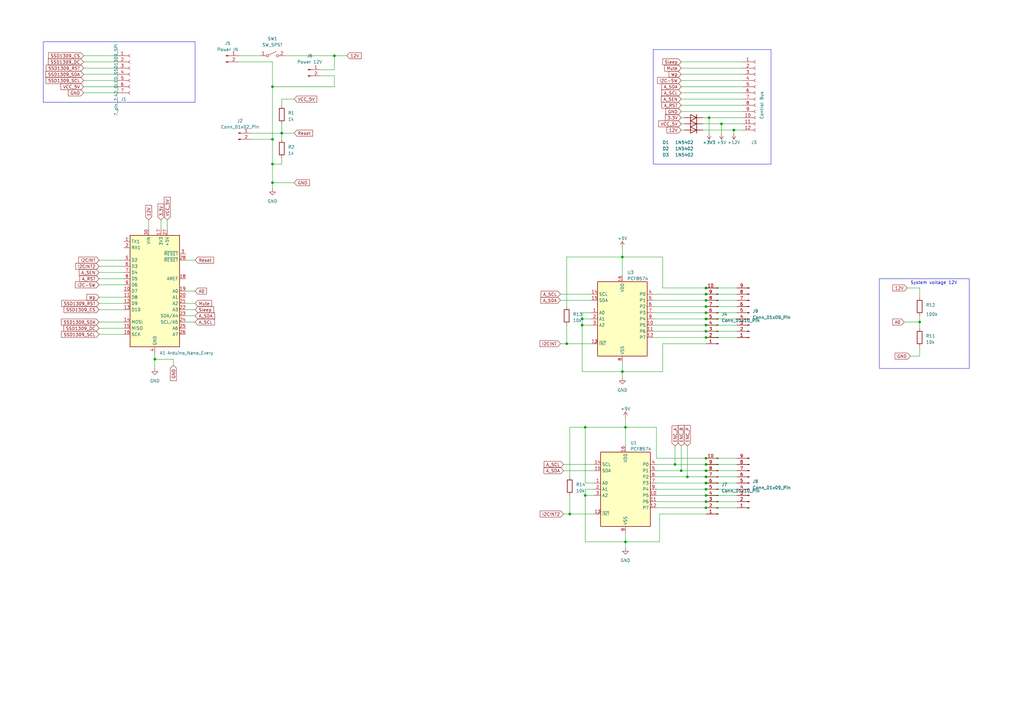
<source format=kicad_sch>
(kicad_sch (version 20230121) (generator eeschema)
  (paper "A3")
  (lib_symbols
    (symbol "+5V_1" (power) (pin_names (offset 0))
      (property "Value" "+5V_1" (at 0 3.556 0))
      (symbol "+5V_1_0_1"
        (polyline (pts (xy -0.762 1.27) (xy 0 2.54)))
        (polyline (pts (xy 0 0) (xy 0 2.54)))
        (polyline (pts (xy 0 2.54) (xy 0.762 1.27)))
      )
      (symbol "+5V_1_1_1"
        (pin power_in line (at 0 0 90) (length 0) hide (name "+5V") (number "1"))
      )
    )
    (symbol "Connector:Conn_01x02_Male" (pin_names (offset 1.016) hide)
      (property "Reference" "J" (at 0 2.54 0))
      (property "Value" "Conn_01x02_Male" (at 0 -5.08 0))
      (symbol "Conn_01x02_Male_1_1"
        (polyline (pts (xy 1.27 -2.54) (xy 0.8636 -2.54)) (stroke (width 0.1524)))
        (polyline (pts (xy 1.27 0) (xy 0.8636 0)) (stroke (width 0.1524)))
        (rectangle (start 0.8636 -2.413) (end 0 -2.667) (stroke (width 0.1524)) (fill (type outline)))
        (rectangle (start 0.8636 0.127) (end 0 -0.127) (stroke (width 0.1524)) (fill (type outline)))
        (pin passive line (at 5.08 0 180) (length 3.81) (name "Pin_1") (number "1"))
        (pin passive line (at 5.08 -2.54 180) (length 3.81) (name "Pin_2") (number "2"))
      )
    )
    (symbol "Connector:Conn_01x02_Pin" (pin_names (offset 1.016) hide)
      (property "Reference" "J" (at 0 2.54 0))
      (property "Value" "Conn_01x02_Pin" (at 0 -5.08 0))
      (symbol "Conn_01x02_Pin_1_1"
        (polyline (pts (xy 1.27 -2.54) (xy 0.8636 -2.54)) (stroke (width 0.1524)))
        (polyline (pts (xy 1.27 0) (xy 0.8636 0)) (stroke (width 0.1524)))
        (rectangle (start 0.8636 -2.413) (end 0 -2.667) (stroke (width 0.1524)) (fill (type outline)))
        (rectangle (start 0.8636 0.127) (end 0 -0.127) (stroke (width 0.1524)) (fill (type outline)))
        (pin passive line (at 5.08 0 180) (length 3.81) (name "Pin_1") (number "1"))
        (pin passive line (at 5.08 -2.54 180) (length 3.81) (name "Pin_2") (number "2"))
      )
    )
    (symbol "Connector:Conn_01x07_Female" (pin_names (offset 1.016) hide)
      (property "Reference" "J" (at 0 10.16 0))
      (property "Value" "Conn_01x07_Female" (at 0 -10.16 0))
      (symbol "Conn_01x07_Female_1_1"
        (arc (start 0 -7.112) (mid -0.5058 -7.62) (end 0 -8.128) (stroke (width 0.1524)))
        (arc (start 0 -4.572) (mid -0.5058 -5.08) (end 0 -5.588) (stroke (width 0.1524)))
        (arc (start 0 -2.032) (mid -0.5058 -2.54) (end 0 -3.048) (stroke (width 0.1524)))
        (polyline (pts (xy -1.27 -7.62) (xy -0.508 -7.62)) (stroke (width 0.1524)))
        (polyline (pts (xy -1.27 -5.08) (xy -0.508 -5.08)) (stroke (width 0.1524)))
        (polyline (pts (xy -1.27 -2.54) (xy -0.508 -2.54)) (stroke (width 0.1524)))
        (polyline (pts (xy -1.27 0) (xy -0.508 0)) (stroke (width 0.1524)))
        (polyline (pts (xy -1.27 2.54) (xy -0.508 2.54)) (stroke (width 0.1524)))
        (polyline (pts (xy -1.27 5.08) (xy -0.508 5.08)) (stroke (width 0.1524)))
        (polyline (pts (xy -1.27 7.62) (xy -0.508 7.62)) (stroke (width 0.1524)))
        (arc (start 0 0.508) (mid -0.5058 0) (end 0 -0.508) (stroke (width 0.1524)))
        (arc (start 0 3.048) (mid -0.5058 2.54) (end 0 2.032) (stroke (width 0.1524)))
        (arc (start 0 5.588) (mid -0.5058 5.08) (end 0 4.572) (stroke (width 0.1524)))
        (arc (start 0 8.128) (mid -0.5058 7.62) (end 0 7.112) (stroke (width 0.1524)))
        (pin passive line (at -5.08 7.62 0) (length 3.81) (name "Pin_1") (number "1"))
        (pin passive line (at -5.08 5.08 0) (length 3.81) (name "Pin_2") (number "2"))
        (pin passive line (at -5.08 2.54 0) (length 3.81) (name "Pin_3") (number "3"))
        (pin passive line (at -5.08 0 0) (length 3.81) (name "Pin_4") (number "4"))
        (pin passive line (at -5.08 -2.54 0) (length 3.81) (name "Pin_5") (number "5"))
        (pin passive line (at -5.08 -5.08 0) (length 3.81) (name "Pin_6") (number "6"))
        (pin passive line (at -5.08 -7.62 0) (length 3.81) (name "Pin_7") (number "7"))
      )
    )
    (symbol "Connector:Conn_01x09_Pin" (pin_names (offset 1.016) hide)
      (property "Reference" "J" (at 0 12.7 0))
      (property "Value" "Conn_01x09_Pin" (at 0 -12.7 0))
      (symbol "Conn_01x09_Pin_1_1"
        (polyline (pts (xy 1.27 -10.16) (xy 0.8636 -10.16)) (stroke (width 0.1524)))
        (polyline (pts (xy 1.27 -7.62) (xy 0.8636 -7.62)) (stroke (width 0.1524)))
        (polyline (pts (xy 1.27 -5.08) (xy 0.8636 -5.08)) (stroke (width 0.1524)))
        (polyline (pts (xy 1.27 -2.54) (xy 0.8636 -2.54)) (stroke (width 0.1524)))
        (polyline (pts (xy 1.27 0) (xy 0.8636 0)) (stroke (width 0.1524)))
        (polyline (pts (xy 1.27 2.54) (xy 0.8636 2.54)) (stroke (width 0.1524)))
        (polyline (pts (xy 1.27 5.08) (xy 0.8636 5.08)) (stroke (width 0.1524)))
        (polyline (pts (xy 1.27 7.62) (xy 0.8636 7.62)) (stroke (width 0.1524)))
        (polyline (pts (xy 1.27 10.16) (xy 0.8636 10.16)) (stroke (width 0.1524)))
        (rectangle (start 0.8636 -10.033) (end 0 -10.287) (stroke (width 0.1524)) (fill (type outline)))
        (rectangle (start 0.8636 -7.493) (end 0 -7.747) (stroke (width 0.1524)) (fill (type outline)))
        (rectangle (start 0.8636 -4.953) (end 0 -5.207) (stroke (width 0.1524)) (fill (type outline)))
        (rectangle (start 0.8636 -2.413) (end 0 -2.667) (stroke (width 0.1524)) (fill (type outline)))
        (rectangle (start 0.8636 0.127) (end 0 -0.127) (stroke (width 0.1524)) (fill (type outline)))
        (rectangle (start 0.8636 2.667) (end 0 2.413) (stroke (width 0.1524)) (fill (type outline)))
        (rectangle (start 0.8636 5.207) (end 0 4.953) (stroke (width 0.1524)) (fill (type outline)))
        (rectangle (start 0.8636 7.747) (end 0 7.493) (stroke (width 0.1524)) (fill (type outline)))
        (rectangle (start 0.8636 10.287) (end 0 10.033) (stroke (width 0.1524)) (fill (type outline)))
        (pin passive line (at 5.08 10.16 180) (length 3.81) (name "Pin_1") (number "1"))
        (pin passive line (at 5.08 7.62 180) (length 3.81) (name "Pin_2") (number "2"))
        (pin passive line (at 5.08 5.08 180) (length 3.81) (name "Pin_3") (number "3"))
        (pin passive line (at 5.08 2.54 180) (length 3.81) (name "Pin_4") (number "4"))
        (pin passive line (at 5.08 0 180) (length 3.81) (name "Pin_5") (number "5"))
        (pin passive line (at 5.08 -2.54 180) (length 3.81) (name "Pin_6") (number "6"))
        (pin passive line (at 5.08 -5.08 180) (length 3.81) (name "Pin_7") (number "7"))
        (pin passive line (at 5.08 -7.62 180) (length 3.81) (name "Pin_8") (number "8"))
        (pin passive line (at 5.08 -10.16 180) (length 3.81) (name "Pin_9") (number "9"))
      )
    )
    (symbol "Connector:Conn_01x10_Pin" (pin_names (offset 1.016) hide)
      (property "Reference" "J" (at 0 12.7 0))
      (property "Value" "Conn_01x10_Pin" (at 0 -15.24 0))
      (symbol "Conn_01x10_Pin_1_1"
        (polyline (pts (xy 1.27 -12.7) (xy 0.8636 -12.7)) (stroke (width 0.1524)))
        (polyline (pts (xy 1.27 -10.16) (xy 0.8636 -10.16)) (stroke (width 0.1524)))
        (polyline (pts (xy 1.27 -7.62) (xy 0.8636 -7.62)) (stroke (width 0.1524)))
        (polyline (pts (xy 1.27 -5.08) (xy 0.8636 -5.08)) (stroke (width 0.1524)))
        (polyline (pts (xy 1.27 -2.54) (xy 0.8636 -2.54)) (stroke (width 0.1524)))
        (polyline (pts (xy 1.27 0) (xy 0.8636 0)) (stroke (width 0.1524)))
        (polyline (pts (xy 1.27 2.54) (xy 0.8636 2.54)) (stroke (width 0.1524)))
        (polyline (pts (xy 1.27 5.08) (xy 0.8636 5.08)) (stroke (width 0.1524)))
        (polyline (pts (xy 1.27 7.62) (xy 0.8636 7.62)) (stroke (width 0.1524)))
        (polyline (pts (xy 1.27 10.16) (xy 0.8636 10.16)) (stroke (width 0.1524)))
        (rectangle (start 0.8636 -12.573) (end 0 -12.827) (stroke (width 0.1524)) (fill (type outline)))
        (rectangle (start 0.8636 -10.033) (end 0 -10.287) (stroke (width 0.1524)) (fill (type outline)))
        (rectangle (start 0.8636 -7.493) (end 0 -7.747) (stroke (width 0.1524)) (fill (type outline)))
        (rectangle (start 0.8636 -4.953) (end 0 -5.207) (stroke (width 0.1524)) (fill (type outline)))
        (rectangle (start 0.8636 -2.413) (end 0 -2.667) (stroke (width 0.1524)) (fill (type outline)))
        (rectangle (start 0.8636 0.127) (end 0 -0.127) (stroke (width 0.1524)) (fill (type outline)))
        (rectangle (start 0.8636 2.667) (end 0 2.413) (stroke (width 0.1524)) (fill (type outline)))
        (rectangle (start 0.8636 5.207) (end 0 4.953) (stroke (width 0.1524)) (fill (type outline)))
        (rectangle (start 0.8636 7.747) (end 0 7.493) (stroke (width 0.1524)) (fill (type outline)))
        (rectangle (start 0.8636 10.287) (end 0 10.033) (stroke (width 0.1524)) (fill (type outline)))
        (pin passive line (at 5.08 10.16 180) (length 3.81) (name "Pin_1") (number "1"))
        (pin passive line (at 5.08 -12.7 180) (length 3.81) (name "Pin_10") (number "10"))
        (pin passive line (at 5.08 7.62 180) (length 3.81) (name "Pin_2") (number "2"))
        (pin passive line (at 5.08 5.08 180) (length 3.81) (name "Pin_3") (number "3"))
        (pin passive line (at 5.08 2.54 180) (length 3.81) (name "Pin_4") (number "4"))
        (pin passive line (at 5.08 0 180) (length 3.81) (name "Pin_5") (number "5"))
        (pin passive line (at 5.08 -2.54 180) (length 3.81) (name "Pin_6") (number "6"))
        (pin passive line (at 5.08 -5.08 180) (length 3.81) (name "Pin_7") (number "7"))
        (pin passive line (at 5.08 -7.62 180) (length 3.81) (name "Pin_8") (number "8"))
        (pin passive line (at 5.08 -10.16 180) (length 3.81) (name "Pin_9") (number "9"))
      )
    )
    (symbol "Connector:Conn_01x12_Female" (pin_names (offset 1.016) hide)
      (property "Reference" "J" (at 0 15.24 0))
      (property "Value" "Conn_01x12_Female" (at 0 -17.78 0))
      (symbol "Conn_01x12_Female_1_1"
        (arc (start 0 -14.732) (mid -0.5058 -15.24) (end 0 -15.748) (stroke (width 0.1524)))
        (arc (start 0 -12.192) (mid -0.5058 -12.7) (end 0 -13.208) (stroke (width 0.1524)))
        (arc (start 0 -9.652) (mid -0.5058 -10.16) (end 0 -10.668) (stroke (width 0.1524)))
        (arc (start 0 -7.112) (mid -0.5058 -7.62) (end 0 -8.128) (stroke (width 0.1524)))
        (arc (start 0 -4.572) (mid -0.5058 -5.08) (end 0 -5.588) (stroke (width 0.1524)))
        (arc (start 0 -2.032) (mid -0.5058 -2.54) (end 0 -3.048) (stroke (width 0.1524)))
        (polyline (pts (xy -1.27 -15.24) (xy -0.508 -15.24)) (stroke (width 0.1524)))
        (polyline (pts (xy -1.27 -12.7) (xy -0.508 -12.7)) (stroke (width 0.1524)))
        (polyline (pts (xy -1.27 -10.16) (xy -0.508 -10.16)) (stroke (width 0.1524)))
        (polyline (pts (xy -1.27 -7.62) (xy -0.508 -7.62)) (stroke (width 0.1524)))
        (polyline (pts (xy -1.27 -5.08) (xy -0.508 -5.08)) (stroke (width 0.1524)))
        (polyline (pts (xy -1.27 -2.54) (xy -0.508 -2.54)) (stroke (width 0.1524)))
        (polyline (pts (xy -1.27 0) (xy -0.508 0)) (stroke (width 0.1524)))
        (polyline (pts (xy -1.27 2.54) (xy -0.508 2.54)) (stroke (width 0.1524)))
        (polyline (pts (xy -1.27 5.08) (xy -0.508 5.08)) (stroke (width 0.1524)))
        (polyline (pts (xy -1.27 7.62) (xy -0.508 7.62)) (stroke (width 0.1524)))
        (polyline (pts (xy -1.27 10.16) (xy -0.508 10.16)) (stroke (width 0.1524)))
        (polyline (pts (xy -1.27 12.7) (xy -0.508 12.7)) (stroke (width 0.1524)))
        (arc (start 0 0.508) (mid -0.5058 0) (end 0 -0.508) (stroke (width 0.1524)))
        (arc (start 0 3.048) (mid -0.5058 2.54) (end 0 2.032) (stroke (width 0.1524)))
        (arc (start 0 5.588) (mid -0.5058 5.08) (end 0 4.572) (stroke (width 0.1524)))
        (arc (start 0 8.128) (mid -0.5058 7.62) (end 0 7.112) (stroke (width 0.1524)))
        (arc (start 0 10.668) (mid -0.5058 10.16) (end 0 9.652) (stroke (width 0.1524)))
        (arc (start 0 13.208) (mid -0.5058 12.7) (end 0 12.192) (stroke (width 0.1524)))
        (pin passive line (at -5.08 12.7 0) (length 3.81) (name "Pin_1") (number "1"))
        (pin passive line (at -5.08 -10.16 0) (length 3.81) (name "Pin_10") (number "10"))
        (pin passive line (at -5.08 -12.7 0) (length 3.81) (name "Pin_11") (number "11"))
        (pin passive line (at -5.08 -15.24 0) (length 3.81) (name "Pin_12") (number "12"))
        (pin passive line (at -5.08 10.16 0) (length 3.81) (name "Pin_2") (number "2"))
        (pin passive line (at -5.08 7.62 0) (length 3.81) (name "Pin_3") (number "3"))
        (pin passive line (at -5.08 5.08 0) (length 3.81) (name "Pin_4") (number "4"))
        (pin passive line (at -5.08 2.54 0) (length 3.81) (name "Pin_5") (number "5"))
        (pin passive line (at -5.08 0 0) (length 3.81) (name "Pin_6") (number "6"))
        (pin passive line (at -5.08 -2.54 0) (length 3.81) (name "Pin_7") (number "7"))
        (pin passive line (at -5.08 -5.08 0) (length 3.81) (name "Pin_8") (number "8"))
        (pin passive line (at -5.08 -7.62 0) (length 3.81) (name "Pin_9") (number "9"))
      )
    )
    (symbol "Device:R" (pin_numbers hide) (pin_names (offset 0))
      (property "Reference" "R" (at 2.032 0 90))
      (property "Value" "R" (at 0 0 90))
      (symbol "R_0_1"
        (rectangle (start -1.016 -2.54) (end 1.016 2.54) (stroke (width 0.254)))
      )
      (symbol "R_1_1"
        (pin passive line (at 0 3.81 270) (length 1.27) (name "~") (number "1"))
        (pin passive line (at 0 -3.81 90) (length 1.27) (name "~") (number "2"))
      )
    )
    (symbol "Diode:1N5402" (pin_numbers hide) (pin_names hide)
      (property "Reference" "D" (at 0 2.54 0))
      (property "Value" "1N5402" (at 0 -2.54 0))
      (symbol "1N5402_0_1"
        (polyline (pts (xy -1.27 1.27) (xy -1.27 -1.27)) (stroke (width 0.254)))
        (polyline (pts (xy 1.27 0) (xy -1.27 0)))
        (polyline (pts (xy 1.27 1.27) (xy 1.27 -1.27) (xy -1.27 0) (xy 1.27 1.27)) (stroke (width 0.254)))
      )
      (symbol "1N5402_1_1"
        (pin passive line (at -3.81 0 0) (length 2.54) (name "K") (number "1"))
        (pin passive line (at 3.81 0 180) (length 2.54) (name "A") (number "2"))
      )
    )
    (symbol "Interface_Expansion:PCF8574"
      (property "Reference" "U" (at -8.89 16.51 0))
      (property "Value" "PCF8574" (at 2.54 16.51 0))
      (symbol "PCF8574_0_1"
        (rectangle (start -10.16 15.24) (end 10.16 -15.24) (stroke (width 0.254)) (fill (type background)))
      )
      (symbol "PCF8574_1_1"
        (pin input line (at -12.7 2.54 0) (length 2.54) (name "A0") (number "1"))
        (pin bidirectional line (at 12.7 -2.54 180) (length 2.54) (name "P5") (number "10"))
        (pin bidirectional line (at 12.7 -5.08 180) (length 2.54) (name "P6") (number "11"))
        (pin bidirectional line (at 12.7 -7.62 180) (length 2.54) (name "P7") (number "12"))
        (pin open_collector output_low (at -12.7 -10.16 0) (length 2.54) (name "~{INT}") (number "13"))
        (pin input line (at -12.7 10.16 0) (length 2.54) (name "SCL") (number "14"))
        (pin bidirectional line (at -12.7 7.62 0) (length 2.54) (name "SDA") (number "15"))
        (pin power_in line (at 0 17.78 270) (length 2.54) (name "VDD") (number "16"))
        (pin input line (at -12.7 0 0) (length 2.54) (name "A1") (number "2"))
        (pin input line (at -12.7 -2.54 0) (length 2.54) (name "A2") (number "3"))
        (pin bidirectional line (at 12.7 10.16 180) (length 2.54) (name "P0") (number "4"))
        (pin bidirectional line (at 12.7 7.62 180) (length 2.54) (name "P1") (number "5"))
        (pin bidirectional line (at 12.7 5.08 180) (length 2.54) (name "P2") (number "6"))
        (pin bidirectional line (at 12.7 2.54 180) (length 2.54) (name "P3") (number "7"))
        (pin power_in line (at 0 -17.78 90) (length 2.54) (name "VSS") (number "8"))
        (pin bidirectional line (at 12.7 0 180) (length 2.54) (name "P4") (number "9"))
      )
    )
    (symbol "MCU_Module:Arduino_Nano_Every"
      (property "Reference" "A" (at -10.16 23.495 0))
      (property "Value" "Arduino_Nano_Every" (at 5.08 -24.13 0))
      (symbol "Arduino_Nano_Every_0_1"
        (rectangle (start -10.16 22.86) (end 10.16 -22.86) (stroke (width 0.254)) (fill (type background)))
      )
      (symbol "Arduino_Nano_Every_1_1"
        (pin bidirectional line (at -12.7 20.32 0) (length 2.54) (name "TX1") (number "1"))
        (pin bidirectional line (at -12.7 0 0) (length 2.54) (name "D7") (number "10"))
        (pin bidirectional line (at -12.7 -2.54 0) (length 2.54) (name "D8") (number "11"))
        (pin bidirectional line (at -12.7 -5.08 0) (length 2.54) (name "D9") (number "12"))
        (pin bidirectional line (at -12.7 -7.62 0) (length 2.54) (name "D10") (number "13"))
        (pin bidirectional line (at -12.7 -12.7 0) (length 2.54) (name "MOSI") (number "14"))
        (pin bidirectional line (at -12.7 -15.24 0) (length 2.54) (name "MISO") (number "15"))
        (pin bidirectional line (at -12.7 -17.78 0) (length 2.54) (name "SCK") (number "16"))
        (pin power_out line (at 2.54 25.4 270) (length 2.54) (name "3V3") (number "17"))
        (pin input line (at 12.7 5.08 180) (length 2.54) (name "AREF") (number "18"))
        (pin bidirectional line (at 12.7 0 180) (length 2.54) (name "A0") (number "19"))
        (pin bidirectional line (at -12.7 17.78 0) (length 2.54) (name "RX1") (number "2"))
        (pin bidirectional line (at 12.7 -2.54 180) (length 2.54) (name "A1") (number "20"))
        (pin bidirectional line (at 12.7 -5.08 180) (length 2.54) (name "A2") (number "21"))
        (pin bidirectional line (at 12.7 -7.62 180) (length 2.54) (name "A3") (number "22"))
        (pin bidirectional line (at 12.7 -10.16 180) (length 2.54) (name "SDA/A4") (number "23"))
        (pin bidirectional line (at 12.7 -12.7 180) (length 2.54) (name "SCL/A5") (number "24"))
        (pin bidirectional line (at 12.7 -15.24 180) (length 2.54) (name "A6") (number "25"))
        (pin bidirectional line (at 12.7 -17.78 180) (length 2.54) (name "A7") (number "26"))
        (pin power_out line (at 5.08 25.4 270) (length 2.54) (name "+5V") (number "27"))
        (pin input line (at 12.7 12.7 180) (length 2.54) (name "~{RESET}") (number "28"))
        (pin passive line (at 0 -25.4 90) (length 2.54) hide (name "GND") (number "29"))
        (pin input line (at 12.7 15.24 180) (length 2.54) (name "~{RESET}") (number "3"))
        (pin power_in line (at -2.54 25.4 270) (length 2.54) (name "VIN") (number "30"))
        (pin power_in line (at 0 -25.4 90) (length 2.54) (name "GND") (number "4"))
        (pin bidirectional line (at -12.7 12.7 0) (length 2.54) (name "D2") (number "5"))
        (pin bidirectional line (at -12.7 10.16 0) (length 2.54) (name "D3") (number "6"))
        (pin bidirectional line (at -12.7 7.62 0) (length 2.54) (name "D4") (number "7"))
        (pin bidirectional line (at -12.7 5.08 0) (length 2.54) (name "D5") (number "8"))
        (pin bidirectional line (at -12.7 2.54 0) (length 2.54) (name "D6") (number "9"))
      )
    )
    (symbol "Switch:SW_SPST" (pin_names (offset 0) hide)
      (property "Reference" "SW" (at 0 3.175 0))
      (property "Value" "SW_SPST" (at 0 -2.54 0))
      (symbol "SW_SPST_0_0"
        (circle (center -2.032 0) (radius 0.508))
        (polyline (pts (xy -1.524 0.254) (xy 1.524 1.778)))
        (circle (center 2.032 0) (radius 0.508))
      )
      (symbol "SW_SPST_1_1"
        (pin passive line (at -5.08 0 0) (length 2.54) (name "A") (number "1"))
        (pin passive line (at 5.08 0 180) (length 2.54) (name "B") (number "2"))
      )
    )
    (symbol "power:+12V" (power) (pin_names (offset 0))
      (property "Value" "+12V" (at 0 3.556 0))
      (symbol "+12V_0_1"
        (polyline (pts (xy -0.762 1.27) (xy 0 2.54)))
        (polyline (pts (xy 0 0) (xy 0 2.54)))
        (polyline (pts (xy 0 2.54) (xy 0.762 1.27)))
      )
      (symbol "+12V_1_1"
        (pin power_in line (at 0 0 90) (length 0) hide (name "+12V") (number "1"))
      )
    )
    (symbol "power:+3.3V" (power) (pin_names (offset 0))
      (property "Value" "+3.3V" (at 0 3.556 0))
      (symbol "+3.3V_0_1"
        (polyline (pts (xy -0.762 1.27) (xy 0 2.54)))
        (polyline (pts (xy 0 0) (xy 0 2.54)))
        (polyline (pts (xy 0 2.54) (xy 0.762 1.27)))
      )
      (symbol "+3.3V_1_1"
        (pin power_in line (at 0 0 90) (length 0) hide (name "+3V3") (number "1"))
      )
    )
    (symbol "power:GND" (power) (pin_names (offset 0))
      (property "Value" "GND" (at 0 -3.81 0))
      (symbol "GND_0_1"
        (polyline (pts (xy 0 0) (xy 0 -1.27) (xy 1.27 -1.27) (xy 0 -2.54) (xy -1.27 -1.27) (xy 0 -1.27)))
      )
      (symbol "GND_1_1"
        (pin power_in line (at 0 0 270) (length 0) hide (name "GND") (number "1"))
      )
    )
  )
  (junction (at 295.91 50.8))
  (junction (at 238.76 133.35))
  (junction (at 289.56 203.2))
  (junction (at 289.56 208.28))
  (junction (at 289.56 195.58))
  (junction (at 281.94 195.58))
  (junction (at 289.56 128.27))
  (junction (at 256.54 222.25))
  (junction (at 63.5 147.32))
  (junction (at 111.76 74.93))
  (junction (at 111.76 57.15))
  (junction (at 289.56 135.89))
  (junction (at 111.76 67.31))
  (junction (at 115.57 54.61))
  (junction (at 289.56 198.12))
  (junction (at 289.56 130.81))
  (junction (at 289.56 123.19))
  (junction (at 289.56 120.65))
  (junction (at 255.27 152.4))
  (junction (at 111.76 35.56))
  (junction (at 289.56 125.73))
  (junction (at 289.56 187.96))
  (junction (at 289.56 138.43))
  (junction (at 289.56 118.11))
  (junction (at 290.83 48.26))
  (junction (at 289.56 133.35))
  (junction (at 256.54 175.26))
  (junction (at 137.16 22.86))
  (junction (at 240.03 203.2))
  (junction (at 255.27 105.41))
  (junction (at 232.41 140.97))
  (junction (at 279.4 193.04))
  (junction (at 238.76 130.81))
  (junction (at 289.56 190.5))
  (junction (at 233.68 210.82))
  (junction (at 300.99 53.34))
  (junction (at 289.56 200.66))
  (junction (at 240.03 175.26))
  (junction (at 377.19 132.08))
  (junction (at 289.56 193.04))
  (junction (at 289.56 205.74))
  (junction (at 276.86 190.5))
  (wire (pts (xy 289.56 125.73) (xy 302.26 125.73)))
  (wire (pts (xy 289.56 200.66) (xy 302.26 200.66)))
  (wire (pts (xy 304.8 48.26) (xy 290.83 48.26)))
  (wire (pts (xy 289.56 118.11) (xy 271.78 118.11)))
  (wire (pts (xy 280.67 53.34) (xy 279.4 53.34)))
  (wire (pts (xy 267.97 128.27) (xy 289.56 128.27)))
  (polyline (pts (xy 316.23 67.31) (xy 267.97 67.31)))
  (wire (pts (xy 289.56 128.27) (xy 302.26 128.27)))
  (wire (pts (xy 238.76 128.27) (xy 242.57 128.27)))
  (wire (pts (xy 269.24 198.12) (xy 289.56 198.12)))
  (wire (pts (xy 271.78 118.11) (xy 271.78 105.41)))
  (wire (pts (xy 269.24 203.2) (xy 289.56 203.2)))
  (wire (pts (xy 238.76 133.35) (xy 242.57 133.35)))
  (wire (pts (xy 238.76 130.81) (xy 242.57 130.81)))
  (polyline (pts (xy 267.97 20.32) (xy 267.97 67.31)))
  (wire (pts (xy 300.99 53.34) (xy 300.99 54.61)))
  (wire (pts (xy 233.68 175.26) (xy 240.03 175.26)))
  (wire (pts (xy 76.2 129.54) (xy 80.01 129.54)))
  (wire (pts (xy 76.2 106.68) (xy 80.01 106.68)))
  (wire (pts (xy 238.76 152.4) (xy 238.76 133.35)))
  (wire (pts (xy 290.83 54.61) (xy 290.83 48.26)))
  (wire (pts (xy 269.24 205.74) (xy 289.56 205.74)))
  (wire (pts (xy 289.56 133.35) (xy 302.26 133.35)))
  (wire (pts (xy 34.29 22.86) (xy 48.26 22.86)))
  (wire (pts (xy 289.56 193.04) (xy 302.26 193.04)))
  (wire (pts (xy 111.76 74.93) (xy 111.76 67.31)))
  (wire (pts (xy 255.27 105.41) (xy 271.78 105.41)))
  (polyline (pts (xy 267.97 20.32) (xy 316.23 20.32)))
  (wire (pts (xy 233.68 210.82) (xy 243.84 210.82)))
  (wire (pts (xy 111.76 74.93) (xy 120.65 74.93)))
  (wire (pts (xy 240.03 222.25) (xy 240.03 203.2)))
  (wire (pts (xy 377.19 132.08) (xy 377.19 134.62)))
  (wire (pts (xy 373.38 146.05) (xy 377.19 146.05)))
  (wire (pts (xy 63.5 147.32) (xy 71.12 147.32)))
  (wire (pts (xy 229.87 123.19) (xy 242.57 123.19)))
  (wire (pts (xy 80.01 124.46) (xy 76.2 124.46)))
  (wire (pts (xy 267.97 133.35) (xy 289.56 133.35)))
  (wire (pts (xy 269.24 195.58) (xy 281.94 195.58)))
  (wire (pts (xy 267.97 123.19) (xy 289.56 123.19)))
  (wire (pts (xy 34.29 30.48) (xy 48.26 30.48)))
  (wire (pts (xy 102.87 54.61) (xy 115.57 54.61)))
  (wire (pts (xy 304.8 40.64) (xy 279.4 40.64)))
  (wire (pts (xy 289.56 195.58) (xy 302.26 195.58)))
  (polyline (pts (xy 80.01 41.91) (xy 80.01 17.145)))
  (wire (pts (xy 289.56 118.11) (xy 302.26 118.11)))
  (wire (pts (xy 240.03 175.26) (xy 240.03 198.12)))
  (wire (pts (xy 76.2 119.38) (xy 80.01 119.38)))
  (wire (pts (xy 304.8 45.72) (xy 279.4 45.72)))
  (wire (pts (xy 50.8 124.46) (xy 40.64 124.46)))
  (wire (pts (xy 115.57 64.77) (xy 115.57 67.31)))
  (wire (pts (xy 137.16 28.575) (xy 137.16 22.86)))
  (wire (pts (xy 256.54 222.25) (xy 256.54 224.79)))
  (wire (pts (xy 238.76 130.81) (xy 238.76 128.27)))
  (wire (pts (xy 231.14 210.82) (xy 233.68 210.82)))
  (wire (pts (xy 97.79 22.86) (xy 106.68 22.86)))
  (wire (pts (xy 276.86 190.5) (xy 289.56 190.5)))
  (wire (pts (xy 289.56 190.5) (xy 302.26 190.5)))
  (wire (pts (xy 289.56 123.19) (xy 302.26 123.19)))
  (wire (pts (xy 71.12 147.32) (xy 71.12 149.86)))
  (wire (pts (xy 40.64 109.22) (xy 50.8 109.22)))
  (wire (pts (xy 50.8 137.16) (xy 40.64 137.16)))
  (wire (pts (xy 40.64 127) (xy 50.8 127)))
  (wire (pts (xy 111.76 57.15) (xy 111.76 35.56)))
  (wire (pts (xy 270.51 210.82) (xy 270.51 222.25)))
  (wire (pts (xy 269.24 187.96) (xy 269.24 175.26)))
  (wire (pts (xy 34.29 27.94) (xy 48.26 27.94)))
  (wire (pts (xy 279.4 182.88) (xy 279.4 193.04)))
  (wire (pts (xy 255.27 101.6) (xy 255.27 105.41)))
  (wire (pts (xy 255.27 105.41) (xy 255.27 113.03)))
  (wire (pts (xy 131.445 31.115) (xy 137.16 31.115)))
  (wire (pts (xy 300.99 53.34) (xy 288.29 53.34)))
  (wire (pts (xy 271.78 152.4) (xy 255.27 152.4)))
  (wire (pts (xy 233.68 203.2) (xy 233.68 210.82)))
  (wire (pts (xy 289.56 120.65) (xy 302.26 120.65)))
  (wire (pts (xy 240.03 222.25) (xy 256.54 222.25)))
  (polyline (pts (xy 17.78 17.145) (xy 17.78 41.91)))
  (wire (pts (xy 240.03 200.66) (xy 243.84 200.66)))
  (wire (pts (xy 102.87 57.15) (xy 111.76 57.15)))
  (wire (pts (xy 240.03 203.2) (xy 243.84 203.2)))
  (wire (pts (xy 256.54 175.26) (xy 256.54 182.88)))
  (wire (pts (xy 289.56 187.96) (xy 302.26 187.96)))
  (wire (pts (xy 233.68 195.58) (xy 233.68 175.26)))
  (wire (pts (xy 267.97 138.43) (xy 289.56 138.43)))
  (wire (pts (xy 289.56 210.82) (xy 270.51 210.82)))
  (wire (pts (xy 232.41 140.97) (xy 242.57 140.97)))
  (wire (pts (xy 255.27 148.59) (xy 255.27 152.4)))
  (wire (pts (xy 40.64 111.76) (xy 50.8 111.76)))
  (wire (pts (xy 76.2 127) (xy 80.01 127)))
  (wire (pts (xy 50.8 106.68) (xy 40.64 106.68)))
  (wire (pts (xy 290.83 48.26) (xy 288.29 48.26)))
  (wire (pts (xy 295.91 50.8) (xy 288.29 50.8)))
  (wire (pts (xy 34.29 25.4) (xy 48.26 25.4)))
  (wire (pts (xy 279.4 25.4) (xy 304.8 25.4)))
  (wire (pts (xy 240.03 175.26) (xy 256.54 175.26)))
  (wire (pts (xy 60.96 93.98) (xy 60.96 90.17)))
  (wire (pts (xy 304.8 43.18) (xy 279.4 43.18)))
  (wire (pts (xy 304.8 53.34) (xy 300.99 53.34)))
  (wire (pts (xy 80.01 132.08) (xy 76.2 132.08)))
  (wire (pts (xy 229.87 120.65) (xy 242.57 120.65)))
  (wire (pts (xy 269.24 190.5) (xy 276.86 190.5)))
  (wire (pts (xy 289.56 203.2) (xy 302.26 203.2)))
  (wire (pts (xy 370.84 132.08) (xy 377.19 132.08)))
  (wire (pts (xy 40.64 121.92) (xy 50.8 121.92)))
  (wire (pts (xy 238.76 152.4) (xy 255.27 152.4)))
  (wire (pts (xy 289.56 135.89) (xy 302.26 135.89)))
  (wire (pts (xy 271.78 140.97) (xy 271.78 152.4)))
  (wire (pts (xy 280.67 48.26) (xy 279.4 48.26)))
  (wire (pts (xy 289.56 138.43) (xy 302.26 138.43)))
  (wire (pts (xy 256.54 218.44) (xy 256.54 222.25)))
  (wire (pts (xy 34.29 35.56) (xy 48.26 35.56)))
  (wire (pts (xy 304.8 30.48) (xy 279.4 30.48)))
  (wire (pts (xy 137.16 22.86) (xy 142.24 22.86)))
  (wire (pts (xy 232.41 133.35) (xy 232.41 140.97)))
  (wire (pts (xy 289.56 208.28) (xy 302.26 208.28)))
  (wire (pts (xy 269.24 193.04) (xy 279.4 193.04)))
  (wire (pts (xy 50.8 114.3) (xy 40.64 114.3)))
  (wire (pts (xy 289.56 198.12) (xy 302.26 198.12)))
  (wire (pts (xy 231.14 193.04) (xy 243.84 193.04)))
  (wire (pts (xy 137.16 31.115) (xy 137.16 35.56)))
  (wire (pts (xy 372.11 118.11) (xy 377.19 118.11)))
  (wire (pts (xy 240.03 198.12) (xy 243.84 198.12)))
  (wire (pts (xy 377.19 129.54) (xy 377.19 132.08)))
  (wire (pts (xy 295.91 54.61) (xy 295.91 50.8)))
  (wire (pts (xy 377.19 118.11) (xy 377.19 121.92)))
  (polyline (pts (xy 17.78 41.91) (xy 80.01 41.91)))
  (polyline (pts (xy 17.78 41.91) (xy 17.78 41.91)))
  (wire (pts (xy 279.4 193.04) (xy 289.56 193.04)))
  (wire (pts (xy 304.8 38.1) (xy 279.4 38.1)))
  (wire (pts (xy 111.76 25.4) (xy 111.76 35.56)))
  (wire (pts (xy 115.57 54.61) (xy 115.57 57.15)))
  (polyline (pts (xy 316.23 20.32) (xy 316.23 67.31)))
  (wire (pts (xy 304.8 35.56) (xy 279.4 35.56)))
  (wire (pts (xy 289.56 130.81) (xy 302.26 130.81)))
  (wire (pts (xy 267.97 130.81) (xy 289.56 130.81)))
  (wire (pts (xy 256.54 171.45) (xy 256.54 175.26)))
  (wire (pts (xy 304.8 33.02) (xy 279.4 33.02)))
  (polyline (pts (xy 80.01 17.145) (xy 17.78 17.145)))
  (wire (pts (xy 115.57 54.61) (xy 120.65 54.61)))
  (wire (pts (xy 281.94 182.88) (xy 281.94 195.58)))
  (wire (pts (xy 40.64 132.08) (xy 50.8 132.08)))
  (wire (pts (xy 115.57 43.18) (xy 115.57 40.64)))
  (wire (pts (xy 40.64 116.84) (xy 50.8 116.84)))
  (wire (pts (xy 229.87 140.97) (xy 232.41 140.97)))
  (wire (pts (xy 111.76 25.4) (xy 97.79 25.4)))
  (wire (pts (xy 255.27 152.4) (xy 255.27 154.94)))
  (wire (pts (xy 115.57 50.8) (xy 115.57 54.61)))
  (wire (pts (xy 115.57 40.64) (xy 120.65 40.64)))
  (wire (pts (xy 280.67 50.8) (xy 279.4 50.8)))
  (wire (pts (xy 269.24 187.96) (xy 289.56 187.96)))
  (wire (pts (xy 276.86 182.88) (xy 276.86 190.5)))
  (wire (pts (xy 267.97 120.65) (xy 289.56 120.65)))
  (wire (pts (xy 289.56 205.74) (xy 302.26 205.74)))
  (wire (pts (xy 267.97 135.89) (xy 289.56 135.89)))
  (wire (pts (xy 256.54 175.26) (xy 269.24 175.26)))
  (wire (pts (xy 116.84 22.86) (xy 137.16 22.86)))
  (wire (pts (xy 267.97 125.73) (xy 289.56 125.73)))
  (wire (pts (xy 269.24 200.66) (xy 289.56 200.66)))
  (wire (pts (xy 111.76 67.31) (xy 111.76 57.15)))
  (wire (pts (xy 232.41 105.41) (xy 255.27 105.41)))
  (wire (pts (xy 270.51 222.25) (xy 256.54 222.25)))
  (wire (pts (xy 304.8 27.94) (xy 279.4 27.94)))
  (wire (pts (xy 34.29 33.02) (xy 48.26 33.02)))
  (wire (pts (xy 63.5 147.32) (xy 63.5 151.13)))
  (wire (pts (xy 115.57 67.31) (xy 111.76 67.31)))
  (wire (pts (xy 131.445 28.575) (xy 137.16 28.575)))
  (wire (pts (xy 295.91 50.8) (xy 304.8 50.8)))
  (wire (pts (xy 63.5 144.78) (xy 63.5 147.32)))
  (wire (pts (xy 377.19 142.24) (xy 377.19 146.05)))
  (wire (pts (xy 281.94 195.58) (xy 289.56 195.58)))
  (wire (pts (xy 68.58 93.98) (xy 68.58 90.17)))
  (wire (pts (xy 231.14 190.5) (xy 243.84 190.5)))
  (wire (pts (xy 269.24 208.28) (xy 289.56 208.28)))
  (wire (pts (xy 240.03 203.2) (xy 240.03 200.66)))
  (wire (pts (xy 66.04 93.98) (xy 66.04 90.17)))
  (wire (pts (xy 238.76 133.35) (xy 238.76 130.81)))
  (wire (pts (xy 50.8 134.62) (xy 40.64 134.62)))
  (wire (pts (xy 289.56 140.97) (xy 271.78 140.97)))
  (wire (pts (xy 137.16 35.56) (xy 111.76 35.56)))
  (wire (pts (xy 34.29 38.1) (xy 48.26 38.1)))
  (wire (pts (xy 111.76 74.93) (xy 111.76 77.47)))
  (wire (pts (xy 232.41 125.73) (xy 232.41 105.41)))
  (rectangle (start 360.68 114.3) (end 397.51 151.13))
  (text "System voltage 12V" (at 373.38 116.84 0) (effects (font (size 1.27 1.27)) (justify left bottom)))
  (global_label "12V" (shape input) (at 279.4 53.34 180) (property "Intersheetrefs" "${INTERSHEET_REFS}" (effects hide)))
  (global_label "VCC_5V" (shape input) (at 68.58 90.17 90) (property "Intersheetrefs" "${INTERSHEET_REFS}" (effects hide)))
  (global_label "I2CINT2" (shape input) (at 40.64 109.22 180) (property "Intersheetrefs" "${INTERSHEET_REFS}" (effects hide)))
  (global_label "ENC_A" (shape input) (at 276.86 182.88 90) (property "Intersheetrefs" "${INTERSHEET_REFS}" (effects hide)))
  (global_label "12V" (shape input) (at 142.24 22.86 0) (property "Intersheetrefs" "${INTERSHEET_REFS}" (effects hide)))
  (global_label "VCC_5V" (shape input) (at 120.65 40.64 0) (property "Intersheetrefs" "${INTERSHEET_REFS}" (effects hide)))
  (global_label "Reset" (shape input) (at 120.65 54.61 0) (property "Intersheetrefs" "${INTERSHEET_REFS}" (effects hide)))
  (global_label "A_SDA" (shape input) (at 231.14 193.04 180) (property "Intersheetrefs" "${INTERSHEET_REFS}" (effects hide)))
  (global_label "ENC_P" (shape input) (at 281.94 182.88 90) (property "Intersheetrefs" "${INTERSHEET_REFS}" (effects hide)))
  (global_label "I2CINT2" (shape input) (at 231.14 210.82 180) (property "Intersheetrefs" "${INTERSHEET_REFS}" (effects hide)))
  (global_label "GND" (shape input) (at 120.65 74.93 0) (property "Intersheetrefs" "${INTERSHEET_REFS}" (effects hide)))
  (global_label "GND" (shape input) (at 34.29 38.1 180) (property "Intersheetrefs" "${INTERSHEET_REFS}" (effects hide)))
  (global_label "SSD1309_DC" (shape input) (at 40.64 134.62 180) (property "Intersheetrefs" "${INTERSHEET_REFS}" (effects hide)))
  (global_label "I2C-SW" (shape input) (at 40.64 116.84 180) (property "Intersheetrefs" "${INTERSHEET_REFS}" (effects hide)))
  (global_label "Mute" (shape input) (at 279.4 27.94 180) (property "Intersheetrefs" "${INTERSHEET_REFS}" (effects hide)))
  (global_label "GND" (shape input) (at 373.38 146.05 180) (property "Intersheetrefs" "${INTERSHEET_REFS}" (effects hide)))
  (global_label "I2CINT" (shape input) (at 40.64 106.68 180) (property "Intersheetrefs" "${INTERSHEET_REFS}" (effects hide)))
  (global_label "A_SEN" (shape input) (at 279.4 40.64 180) (property "Intersheetrefs" "${INTERSHEET_REFS}" (effects hide)))
  (global_label "Sleep" (shape input) (at 80.01 127 0) (property "Intersheetrefs" "${INTERSHEET_REFS}" (effects hide)))
  (global_label "Reset" (shape input) (at 80.01 106.68 0) (property "Intersheetrefs" "${INTERSHEET_REFS}" (effects hide)))
  (global_label "SSD1309_SDA" (shape input) (at 40.64 132.08 180) (property "Intersheetrefs" "${INTERSHEET_REFS}" (effects hide)))
  (global_label "GND" (shape input) (at 279.4 45.72 180) (property "Intersheetrefs" "${INTERSHEET_REFS}" (effects hide)))
  (global_label "A_SDA" (shape input) (at 80.01 129.54 0) (property "Intersheetrefs" "${INTERSHEET_REFS}" (effects hide)))
  (global_label "I2CINT" (shape input) (at 229.87 140.97 180) (property "Intersheetrefs" "${INTERSHEET_REFS}" (effects hide)))
  (global_label "3.3V" (shape input) (at 279.4 48.26 180) (property "Intersheetrefs" "${INTERSHEET_REFS}" (effects hide)))
  (global_label "SSD1309_SDA" (shape input) (at 34.29 30.48 180) (property "Intersheetrefs" "${INTERSHEET_REFS}" (effects hide)))
  (global_label "A_SCL" (shape input) (at 229.87 120.65 180) (property "Intersheetrefs" "${INTERSHEET_REFS}" (effects hide)))
  (global_label "VCC_5V" (shape input) (at 34.29 35.56 180) (property "Intersheetrefs" "${INTERSHEET_REFS}" (effects hide)))
  (global_label "I2C-SW" (shape input) (at 279.4 33.02 180) (property "Intersheetrefs" "${INTERSHEET_REFS}" (effects hide)))
  (global_label "SSD1309_DC" (shape input) (at 34.29 25.4 180) (property "Intersheetrefs" "${INTERSHEET_REFS}" (effects hide)))
  (global_label "SSD1309_RST" (shape input) (at 40.64 124.46 180) (property "Intersheetrefs" "${INTERSHEET_REFS}" (effects hide)))
  (global_label "Mute" (shape input) (at 80.01 124.46 0) (property "Intersheetrefs" "${INTERSHEET_REFS}" (effects hide)))
  (global_label "SSD1309_SCL" (shape input) (at 40.64 137.16 180) (property "Intersheetrefs" "${INTERSHEET_REFS}" (effects hide)))
  (global_label "A_SEN" (shape input) (at 40.64 111.76 180) (property "Intersheetrefs" "${INTERSHEET_REFS}" (effects hide)))
  (global_label "3.3V" (shape input) (at 66.04 90.17 90) (property "Intersheetrefs" "${INTERSHEET_REFS}" (effects hide)))
  (global_label "Wp" (shape input) (at 40.64 121.92 180) (property "Intersheetrefs" "${INTERSHEET_REFS}" (effects hide)))
  (global_label "A0" (shape input) (at 80.01 119.38 0) (property "Intersheetrefs" "${INTERSHEET_REFS}" (effects hide)))
  (global_label "A_SCL" (shape input) (at 80.01 132.08 0) (property "Intersheetrefs" "${INTERSHEET_REFS}" (effects hide)))
  (global_label "Wp" (shape input) (at 279.4 30.48 180) (property "Intersheetrefs" "${INTERSHEET_REFS}" (effects hide)))
  (global_label "A0" (shape input) (at 370.84 132.08 180) (property "Intersheetrefs" "${INTERSHEET_REFS}" (effects hide)))
  (global_label "SSD1309_RST" (shape input) (at 34.29 27.94 180) (property "Intersheetrefs" "${INTERSHEET_REFS}" (effects hide)))
  (global_label "A_SCL" (shape input) (at 279.4 38.1 180) (property "Intersheetrefs" "${INTERSHEET_REFS}" (effects hide)))
  (global_label "SSD1309_SCL" (shape input) (at 34.29 33.02 180) (property "Intersheetrefs" "${INTERSHEET_REFS}" (effects hide)))
  (global_label "A_SDA" (shape input) (at 279.4 35.56 180) (property "Intersheetrefs" "${INTERSHEET_REFS}" (effects hide)))
  (global_label "A_SDA" (shape input) (at 229.87 123.19 180) (property "Intersheetrefs" "${INTERSHEET_REFS}" (effects hide)))
  (global_label "Sleep" (shape input) (at 279.4 25.4 180) (property "Intersheetrefs" "${INTERSHEET_REFS}" (effects hide)))
  (global_label "SSD1309_CS" (shape input) (at 40.64 127 180) (property "Intersheetrefs" "${INTERSHEET_REFS}" (effects hide)))
  (global_label "VCC_5V" (shape input) (at 279.4 50.8 180) (property "Intersheetrefs" "${INTERSHEET_REFS}" (effects hide)))
  (global_label "GND" (shape input) (at 71.12 149.86 270) (property "Intersheetrefs" "${INTERSHEET_REFS}" (effects hide)))
  (global_label "SSD1309_CS" (shape input) (at 34.29 22.86 180) (property "Intersheetrefs" "${INTERSHEET_REFS}" (effects hide)))
  (global_label "A_RST" (shape input) (at 40.64 114.3 180) (property "Intersheetrefs" "${INTERSHEET_REFS}" (effects hide)))
  (global_label "ENC_B" (shape input) (at 279.4 182.88 90) (property "Intersheetrefs" "${INTERSHEET_REFS}" (effects hide)))
  (global_label "12V" (shape input) (at 372.11 118.11 180) (property "Intersheetrefs" "${INTERSHEET_REFS}" (effects hide)))
  (global_label "A_SCL" (shape input) (at 231.14 190.5 180) (property "Intersheetrefs" "${INTERSHEET_REFS}" (effects hide)))
  (global_label "12V" (shape input) (at 60.96 90.17 90) (property "Intersheetrefs" "${INTERSHEET_REFS}" (effects hide)))
  (global_label "A_RST" (shape input) (at 279.4 43.18 180) (property "Intersheetrefs" "${INTERSHEET_REFS}" (effects hide)))
  (symbol (lib_id "Interface_Expansion:PCF8574") (at 255.27 130.81 0) (unit 1)
    (property "Reference" "U3" (at 257.2259 111.76 0) (effects (justify left)))
    (property "Value" "PCF8574" (at 257.2259 114.3 0) (effects (justify left)))
    (property "Footprint" "Package_DIP:DIP-16_W7.62mm" (effects hide))
    (property "Datasheet" "http://www.nxp.com/documents/data_sheet/PCF8574_PCF8574A.pdf" (effects hide))
  )
  (symbol (lib_id "Interface_Expansion:PCF8574") (at 256.54 200.66 0) (unit 1)
    (property "Reference" "U1" (at 258.4959 181.61 0) (effects (justify left)))
    (property "Value" "PCF8574" (at 258.4959 184.15 0) (effects (justify left)))
    (property "Footprint" "Package_DIP:DIP-16_W7.62mm" (effects hide))
    (property "Datasheet" "http://www.nxp.com/documents/data_sheet/PCF8574_PCF8574A.pdf" (effects hide))
  )
  (symbol (lib_id "Device:R") (at 115.57 60.96 0) (unit 1)
    (property "Reference" "R2" (at 118.11 60.325 0) (effects (justify left)))
    (property "Value" "1k" (at 118.11 62.865 0) (effects (justify left)))
    (property "Footprint" "Resistor_SMD:R_1206_3216Metric" (effects hide))
  )
  (symbol (lib_id "Connector:Conn_01x12_Female") (at 309.88 38.1 0) (unit 1)
    (property "Reference" "J3" (at 309.245 58.42 0))
    (property "Value" "Control Bus" (at 312.42 43.18 90))
    (property "Footprint" "Connector_PinSocket_2.54mm:PinSocket_1x12_P2.54mm_Vertical" (effects hide))
  )
  (symbol (lib_name "+5V_1") (lib_id "power:+5V") (at 295.91 54.61 180) (unit 1)
    (property "Reference" "#PWR0101" (effects hide))
    (property "Value" "+5V" (at 295.91 58.42 0))
  )
  (symbol (lib_id "power:GND") (at 255.27 154.94 0) (unit 1)
    (property "Reference" "#PWR01" (effects hide))
    (property "Value" "GND" (at 255.27 160.02 0))
  )
  (symbol (lib_id "power:GND") (at 256.54 224.79 0) (unit 1)
    (property "Reference" "#PWR06" (effects hide))
    (property "Value" "GND" (at 256.54 229.87 0))
  )
  (symbol (lib_id "Diode:1N5402") (at 284.48 53.34 180) (unit 1)
    (property "Reference" "D2" (at 273.05 60.96 0))
    (property "Value" "1N5402" (at 280.67 63.5 0))
    (property "Footprint" "Diode_SMD:D_1206_3216Metric" (effects hide))
    (property "Datasheet" "http://www.vishay.com/docs/88516/1n5400.pdf" (effects hide))
    (property "Sim.Device" "D" (effects hide))
    (property "Sim.Pins" "1=K 2=A" (effects hide))
  )
  (symbol (lib_name "+5V_1") (lib_id "power:+5V") (at 255.27 101.6 0) (unit 1)
    (property "Reference" "#PWR02" (effects hide))
    (property "Value" "+5V" (at 255.27 97.79 0))
  )
  (symbol (lib_id "Switch:SW_SPST") (at 111.76 22.86 0) (unit 1)
    (property "Reference" "SW1" (at 111.76 15.875 0))
    (property "Value" "SW_SPST" (at 111.76 18.415 0))
    (property "Footprint" "Connector_PinSocket_2.54mm:PinSocket_1x02_P2.54mm_Vertical" (effects hide))
  )
  (symbol (lib_id "power:+3.3V") (at 290.83 54.61 180) (unit 1)
    (property "Reference" "#PWR0102" (effects hide))
    (property "Value" "+3.3V" (at 290.83 58.42 0))
  )
  (symbol (lib_id "Connector:Conn_01x02_Male") (at 126.365 28.575 0) (unit 1)
    (property "Reference" "J6" (at 127 22.86 0))
    (property "Value" "Power 12V" (at 127 25.4 0))
    (property "Footprint" "Connector_PinSocket_2.54mm:PinSocket_1x02_P2.54mm_Vertical" (effects hide))
  )
  (symbol (lib_id "Device:R") (at 233.68 199.39 0) (unit 1)
    (property "Reference" "R14" (at 236.22 198.755 0) (effects (justify left)))
    (property "Value" "10k" (at 236.22 201.295 0) (effects (justify left)))
    (property "Footprint" "Resistor_SMD:R_1206_3216Metric" (effects hide))
  )
  (symbol (lib_id "Connector:Conn_01x09_Pin") (at 307.34 128.27 180) (unit 1)
    (property "Reference" "J9" (at 308.61 127.635 0) (effects (justify right)))
    (property "Value" "Conn_01x09_Pin" (at 308.61 130.175 0) (effects (justify right)))
    (property "Footprint" "Connector_PinHeader_2.54mm:PinHeader_1x09_P2.54mm_Vertical" (effects hide))
  )
  (symbol (lib_id "Connector:Conn_01x02_Pin") (at 97.79 54.61 0) (unit 1)
    (property "Reference" "J2" (at 98.425 49.53 0))
    (property "Value" "Conn_01x02_Pin" (at 98.425 52.07 0))
    (property "Footprint" "Connector_PinHeader_1.27mm:PinHeader_1x02_P1.27mm_Vertical" (effects hide))
  )
  (symbol (lib_id "Connector:Conn_01x10_Pin") (at 294.64 200.66 180) (unit 1)
    (property "Reference" "J7" (at 295.91 198.755 0) (effects (justify right)))
    (property "Value" "Conn_01x10_Pin" (at 295.91 201.295 0) (effects (justify right)))
    (property "Footprint" "Connector_PinSocket_1.27mm:PinSocket_1x10_P1.27mm_Vertical" (effects hide))
  )
  (symbol (lib_name "+5V_1") (lib_id "power:+5V") (at 256.54 171.45 0) (unit 1)
    (property "Reference" "#PWR05" (effects hide))
    (property "Value" "+5V" (at 256.54 167.64 0))
  )
  (symbol (lib_id "power:+12V") (at 300.99 54.61 180) (unit 1)
    (property "Reference" "#PWR03" (effects hide))
    (property "Value" "+12V" (at 300.99 58.42 0))
  )
  (symbol (lib_id "Diode:1N5402") (at 284.48 50.8 180) (unit 1)
    (property "Reference" "D3" (at 273.05 63.5 0))
    (property "Value" "1N5402" (at 280.67 60.96 0))
    (property "Footprint" "Diode_SMD:D_1206_3216Metric" (effects hide))
    (property "Datasheet" "http://www.vishay.com/docs/88516/1n5400.pdf" (effects hide))
    (property "Sim.Device" "D" (effects hide))
    (property "Sim.Pins" "1=K 2=A" (effects hide))
  )
  (symbol (lib_id "power:GND") (at 63.5 151.13 0) (unit 1)
    (property "Reference" "#PWR04" (effects hide))
    (property "Value" "GND" (at 63.5 156.21 0))
  )
  (symbol (lib_id "Connector:Conn_01x10_Pin") (at 294.64 130.81 180) (unit 1)
    (property "Reference" "J4" (at 295.91 128.905 0) (effects (justify right)))
    (property "Value" "Conn_01x10_Pin" (at 295.91 131.445 0) (effects (justify right)))
    (property "Footprint" "Connector_PinSocket_1.27mm:PinSocket_1x10_P1.27mm_Vertical" (effects hide))
  )
  (symbol (lib_id "MCU_Module:Arduino_Nano_Every") (at 63.5 119.38 0) (unit 1)
    (property "Reference" "A1" (at 65.4559 144.78 0) (effects (justify left)))
    (property "Value" "Arduino_Nano_Every" (at 68.58 144.78 0) (effects (justify left)))
    (property "Footprint" "Module:Arduino_Nano" (effects hide))
    (property "Datasheet" "https://content.arduino.cc/assets/NANOEveryV3.0_sch.pdf" (effects hide))
  )
  (symbol (lib_id "Connector:Conn_01x09_Pin") (at 307.34 198.12 180) (unit 1)
    (property "Reference" "J8" (at 308.61 197.485 0) (effects (justify right)))
    (property "Value" "Conn_01x09_Pin" (at 308.61 200.025 0) (effects (justify right)))
    (property "Footprint" "Connector_PinHeader_2.54mm:PinHeader_1x09_P2.54mm_Vertical" (effects hide))
  )
  (symbol (lib_id "Device:R") (at 377.19 138.43 0) (unit 1)
    (property "Reference" "R11" (at 379.73 137.795 0) (effects (justify left)))
    (property "Value" "10k" (at 379.73 140.335 0) (effects (justify left)))
    (property "Footprint" "Resistor_SMD:R_1206_3216Metric" (effects hide))
  )
  (symbol (lib_id "Device:R") (at 115.57 46.99 0) (unit 1)
    (property "Reference" "R1" (at 118.11 46.355 0) (effects (justify left)))
    (property "Value" "1k" (at 118.11 48.895 0) (effects (justify left)))
    (property "Footprint" "Resistor_SMD:R_1206_3216Metric" (effects hide))
  )
  (symbol (lib_id "Device:R") (at 232.41 129.54 0) (unit 1)
    (property "Reference" "R13" (at 234.95 128.905 0) (effects (justify left)))
    (property "Value" "10k" (at 234.95 131.445 0) (effects (justify left)))
    (property "Footprint" "Resistor_SMD:R_1206_3216Metric" (effects hide))
  )
  (symbol (lib_id "Device:R") (at 377.19 125.73 0) (unit 1)
    (property "Reference" "R12" (at 379.73 125.095 0) (effects (justify left)))
    (property "Value" "100k" (at 379.73 128.905 0) (effects (justify left)))
    (property "Footprint" "Resistor_SMD:R_1206_3216Metric" (effects hide))
  )
  (symbol (lib_id "Connector:Conn_01x02_Male") (at 92.71 22.86 0) (unit 1)
    (property "Reference" "J5" (at 93.345 17.78 0))
    (property "Value" "Power IN" (at 93.345 20.32 0))
    (property "Footprint" "Connector_PinSocket_2.54mm:PinSocket_1x02_P2.54mm_Vertical" (effects hide))
  )
  (symbol (lib_id "power:GND") (at 111.76 77.47 0) (unit 1)
    (property "Reference" "#PWR0103" (effects hide))
    (property "Value" "GND" (at 111.76 82.55 0))
  )
  (symbol (lib_id "Connector:Conn_01x07_Female") (at 53.34 30.48 0) (unit 1)
    (property "Reference" "J1" (at 49.53 40.64 0) (effects (justify left)))
    (property "Value" "7_pin_2.42_OLED_SSD1309_SPI" (at 47.625 47.625 90) (effects (justify left)))
    (property "Footprint" "Connector_PinSocket_2.54mm:PinSocket_1x07_P2.54mm_Vertical" (effects hide))
  )
  (symbol (lib_id "Diode:1N5402") (at 284.48 48.26 180) (unit 1)
    (property "Reference" "D1" (at 273.05 58.42 0))
    (property "Value" "1N5402" (at 280.67 58.42 0))
    (property "Footprint" "Diode_SMD:D_1206_3216Metric" (effects hide))
    (property "Datasheet" "http://www.vishay.com/docs/88516/1n5400.pdf" (effects hide))
    (property "Sim.Device" "D" (effects hide))
    (property "Sim.Pins" "1=K 2=A" (effects hide))
  )
)
</source>
